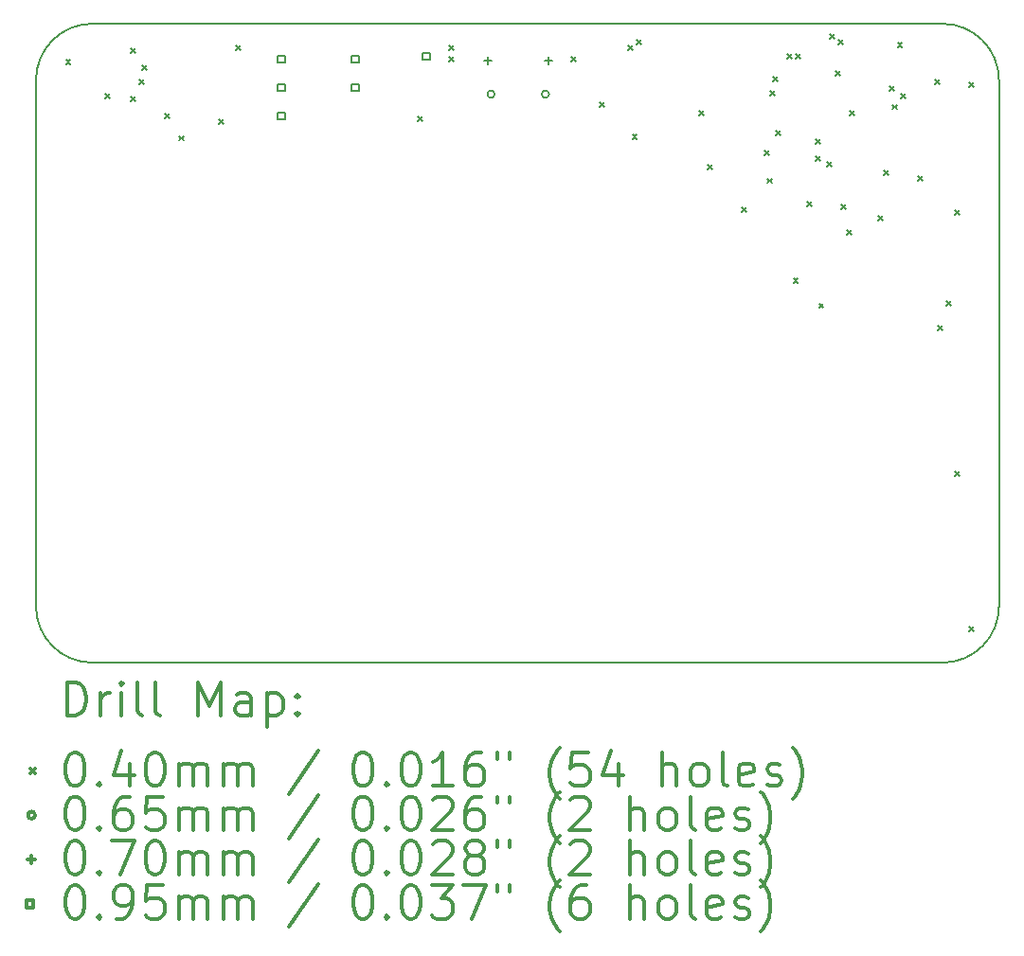
<source format=gbr>
%FSLAX45Y45*%
G04 Gerber Fmt 4.5, Leading zero omitted, Abs format (unit mm)*
G04 Created by KiCad (PCBNEW (5.0.1-3-g963ef8bb5)) date Thursday, 11 April 2019 at 07:51:28*
%MOMM*%
%LPD*%
G01*
G04 APERTURE LIST*
%ADD10C,0.150000*%
%ADD11C,0.200000*%
%ADD12C,0.300000*%
G04 APERTURE END LIST*
D10*
X11931000Y-12311000D02*
X11931000Y-7605000D01*
X20035000Y-12815000D02*
X12434000Y-12815000D01*
X20034000Y-7100000D02*
X12433000Y-7100000D01*
X20538000Y-12313000D02*
X20538000Y-7605000D01*
X12435000Y-12815000D02*
G75*
G02X11931000Y-12311000I0J504000D01*
G01*
X20538000Y-12311000D02*
G75*
G02X20034000Y-12815000I-504000J0D01*
G01*
X20034000Y-7100000D02*
G75*
G02X20538000Y-7604000I0J-504000D01*
G01*
X11931000Y-7604000D02*
G75*
G02X12435000Y-7100000I504000J0D01*
G01*
D11*
X12198000Y-7422200D02*
X12238000Y-7462200D01*
X12238000Y-7422200D02*
X12198000Y-7462200D01*
X12553000Y-7727000D02*
X12593000Y-7767000D01*
X12593000Y-7727000D02*
X12553000Y-7767000D01*
X12781600Y-7320600D02*
X12821600Y-7360600D01*
X12821600Y-7320600D02*
X12781600Y-7360600D01*
X12781600Y-7752400D02*
X12821600Y-7792400D01*
X12821600Y-7752400D02*
X12781600Y-7792400D01*
X12857800Y-7600000D02*
X12897800Y-7640000D01*
X12897800Y-7600000D02*
X12857800Y-7640000D01*
X12883200Y-7473000D02*
X12923200Y-7513000D01*
X12923200Y-7473000D02*
X12883200Y-7513000D01*
X13086400Y-7904800D02*
X13126400Y-7944800D01*
X13126400Y-7904800D02*
X13086400Y-7944800D01*
X13213400Y-8103600D02*
X13253400Y-8143600D01*
X13253400Y-8103600D02*
X13213400Y-8143600D01*
X13569000Y-7955600D02*
X13609000Y-7995600D01*
X13609000Y-7955600D02*
X13569000Y-7995600D01*
X13721400Y-7295200D02*
X13761400Y-7335200D01*
X13761400Y-7295200D02*
X13721400Y-7335200D01*
X15343000Y-7930200D02*
X15383000Y-7970200D01*
X15383000Y-7930200D02*
X15343000Y-7970200D01*
X15626400Y-7295200D02*
X15666400Y-7335200D01*
X15666400Y-7295200D02*
X15626400Y-7335200D01*
X15626400Y-7396800D02*
X15666400Y-7436800D01*
X15666400Y-7396800D02*
X15626400Y-7436800D01*
X16718600Y-7396800D02*
X16758600Y-7436800D01*
X16758600Y-7396800D02*
X16718600Y-7436800D01*
X16972600Y-7803200D02*
X17012600Y-7843200D01*
X17012600Y-7803200D02*
X16972600Y-7843200D01*
X17226600Y-7295200D02*
X17266600Y-7335200D01*
X17266600Y-7295200D02*
X17226600Y-7335200D01*
X17263000Y-8092000D02*
X17303000Y-8132000D01*
X17303000Y-8092000D02*
X17263000Y-8132000D01*
X17302800Y-7244400D02*
X17342800Y-7284400D01*
X17342800Y-7244400D02*
X17302800Y-7284400D01*
X17861600Y-7879400D02*
X17901600Y-7919400D01*
X17901600Y-7879400D02*
X17861600Y-7919400D01*
X17937800Y-8362000D02*
X17977800Y-8402000D01*
X17977800Y-8362000D02*
X17937800Y-8402000D01*
X18242600Y-8743000D02*
X18282600Y-8783000D01*
X18282600Y-8743000D02*
X18242600Y-8783000D01*
X18445800Y-8235000D02*
X18485800Y-8275000D01*
X18485800Y-8235000D02*
X18445800Y-8275000D01*
X18471200Y-8484600D02*
X18511200Y-8524600D01*
X18511200Y-8484600D02*
X18471200Y-8524600D01*
X18496600Y-7701600D02*
X18536600Y-7741600D01*
X18536600Y-7701600D02*
X18496600Y-7741600D01*
X18522000Y-7574600D02*
X18562000Y-7614600D01*
X18562000Y-7574600D02*
X18522000Y-7614600D01*
X18547400Y-8057200D02*
X18587400Y-8097200D01*
X18587400Y-8057200D02*
X18547400Y-8097200D01*
X18649000Y-7371400D02*
X18689000Y-7411400D01*
X18689000Y-7371400D02*
X18649000Y-7411400D01*
X18701000Y-9376000D02*
X18741000Y-9416000D01*
X18741000Y-9376000D02*
X18701000Y-9416000D01*
X18725200Y-7371400D02*
X18765200Y-7411400D01*
X18765200Y-7371400D02*
X18725200Y-7411400D01*
X18826800Y-8692200D02*
X18866800Y-8732200D01*
X18866800Y-8692200D02*
X18826800Y-8732200D01*
X18903000Y-8133400D02*
X18943000Y-8173400D01*
X18943000Y-8133400D02*
X18903000Y-8173400D01*
X18903000Y-8285800D02*
X18943000Y-8325800D01*
X18943000Y-8285800D02*
X18903000Y-8325800D01*
X18930000Y-9603000D02*
X18970000Y-9643000D01*
X18970000Y-9603000D02*
X18930000Y-9643000D01*
X19004600Y-8336600D02*
X19044600Y-8376600D01*
X19044600Y-8336600D02*
X19004600Y-8376600D01*
X19030000Y-7193600D02*
X19070000Y-7233600D01*
X19070000Y-7193600D02*
X19030000Y-7233600D01*
X19080800Y-7523800D02*
X19120800Y-7563800D01*
X19120800Y-7523800D02*
X19080800Y-7563800D01*
X19106200Y-7244400D02*
X19146200Y-7284400D01*
X19146200Y-7244400D02*
X19106200Y-7284400D01*
X19131600Y-8717600D02*
X19171600Y-8757600D01*
X19171600Y-8717600D02*
X19131600Y-8757600D01*
X19182400Y-8946200D02*
X19222400Y-8986200D01*
X19222400Y-8946200D02*
X19182400Y-8986200D01*
X19207800Y-7879400D02*
X19247800Y-7919400D01*
X19247800Y-7879400D02*
X19207800Y-7919400D01*
X19461800Y-8819200D02*
X19501800Y-8859200D01*
X19501800Y-8819200D02*
X19461800Y-8859200D01*
X19512600Y-8412800D02*
X19552600Y-8452800D01*
X19552600Y-8412800D02*
X19512600Y-8452800D01*
X19563400Y-7661000D02*
X19603400Y-7701000D01*
X19603400Y-7661000D02*
X19563400Y-7701000D01*
X19588800Y-7824200D02*
X19628800Y-7864200D01*
X19628800Y-7824200D02*
X19588800Y-7864200D01*
X19633200Y-7269800D02*
X19673200Y-7309800D01*
X19673200Y-7269800D02*
X19633200Y-7309800D01*
X19665000Y-7727000D02*
X19705000Y-7767000D01*
X19705000Y-7727000D02*
X19665000Y-7767000D01*
X19817400Y-8463600D02*
X19857400Y-8503600D01*
X19857400Y-8463600D02*
X19817400Y-8503600D01*
X19969800Y-7600000D02*
X20009800Y-7640000D01*
X20009800Y-7600000D02*
X19969800Y-7640000D01*
X19990000Y-9800000D02*
X20030000Y-9840000D01*
X20030000Y-9800000D02*
X19990000Y-9840000D01*
X20071400Y-9581200D02*
X20111400Y-9621200D01*
X20111400Y-9581200D02*
X20071400Y-9621200D01*
X20147600Y-8768400D02*
X20187600Y-8808400D01*
X20187600Y-8768400D02*
X20147600Y-8808400D01*
X20147600Y-11105200D02*
X20187600Y-11145200D01*
X20187600Y-11105200D02*
X20147600Y-11145200D01*
X20274000Y-12492000D02*
X20314000Y-12532000D01*
X20314000Y-12492000D02*
X20274000Y-12532000D01*
X20274600Y-7625400D02*
X20314600Y-7665400D01*
X20314600Y-7625400D02*
X20274600Y-7665400D01*
X16031000Y-7730000D02*
G75*
G03X16031000Y-7730000I-32500J0D01*
G01*
X16516000Y-7730000D02*
G75*
G03X16516000Y-7730000I-32500J0D01*
G01*
X15968500Y-7392000D02*
X15968500Y-7462000D01*
X15933500Y-7427000D02*
X16003500Y-7427000D01*
X16513500Y-7392000D02*
X16513500Y-7462000D01*
X16478500Y-7427000D02*
X16548500Y-7427000D01*
X15451388Y-7424988D02*
X15451388Y-7357812D01*
X15384212Y-7357812D01*
X15384212Y-7424988D01*
X15451388Y-7424988D01*
X14155988Y-7450388D02*
X14155988Y-7383212D01*
X14088812Y-7383212D01*
X14088812Y-7450388D01*
X14155988Y-7450388D01*
X14155988Y-7704388D02*
X14155988Y-7637212D01*
X14088812Y-7637212D01*
X14088812Y-7704388D01*
X14155988Y-7704388D01*
X14155988Y-7958388D02*
X14155988Y-7891212D01*
X14088812Y-7891212D01*
X14088812Y-7958388D01*
X14155988Y-7958388D01*
X14816388Y-7450388D02*
X14816388Y-7383212D01*
X14749212Y-7383212D01*
X14749212Y-7450388D01*
X14816388Y-7450388D01*
X14816388Y-7704388D02*
X14816388Y-7637212D01*
X14749212Y-7637212D01*
X14749212Y-7704388D01*
X14816388Y-7704388D01*
D12*
X12209928Y-13288214D02*
X12209928Y-12988214D01*
X12281357Y-12988214D01*
X12324214Y-13002500D01*
X12352786Y-13031071D01*
X12367071Y-13059643D01*
X12381357Y-13116786D01*
X12381357Y-13159643D01*
X12367071Y-13216786D01*
X12352786Y-13245357D01*
X12324214Y-13273929D01*
X12281357Y-13288214D01*
X12209928Y-13288214D01*
X12509928Y-13288214D02*
X12509928Y-13088214D01*
X12509928Y-13145357D02*
X12524214Y-13116786D01*
X12538500Y-13102500D01*
X12567071Y-13088214D01*
X12595643Y-13088214D01*
X12695643Y-13288214D02*
X12695643Y-13088214D01*
X12695643Y-12988214D02*
X12681357Y-13002500D01*
X12695643Y-13016786D01*
X12709928Y-13002500D01*
X12695643Y-12988214D01*
X12695643Y-13016786D01*
X12881357Y-13288214D02*
X12852786Y-13273929D01*
X12838500Y-13245357D01*
X12838500Y-12988214D01*
X13038500Y-13288214D02*
X13009928Y-13273929D01*
X12995643Y-13245357D01*
X12995643Y-12988214D01*
X13381357Y-13288214D02*
X13381357Y-12988214D01*
X13481357Y-13202500D01*
X13581357Y-12988214D01*
X13581357Y-13288214D01*
X13852786Y-13288214D02*
X13852786Y-13131071D01*
X13838500Y-13102500D01*
X13809928Y-13088214D01*
X13752786Y-13088214D01*
X13724214Y-13102500D01*
X13852786Y-13273929D02*
X13824214Y-13288214D01*
X13752786Y-13288214D01*
X13724214Y-13273929D01*
X13709928Y-13245357D01*
X13709928Y-13216786D01*
X13724214Y-13188214D01*
X13752786Y-13173929D01*
X13824214Y-13173929D01*
X13852786Y-13159643D01*
X13995643Y-13088214D02*
X13995643Y-13388214D01*
X13995643Y-13102500D02*
X14024214Y-13088214D01*
X14081357Y-13088214D01*
X14109928Y-13102500D01*
X14124214Y-13116786D01*
X14138500Y-13145357D01*
X14138500Y-13231071D01*
X14124214Y-13259643D01*
X14109928Y-13273929D01*
X14081357Y-13288214D01*
X14024214Y-13288214D01*
X13995643Y-13273929D01*
X14267071Y-13259643D02*
X14281357Y-13273929D01*
X14267071Y-13288214D01*
X14252786Y-13273929D01*
X14267071Y-13259643D01*
X14267071Y-13288214D01*
X14267071Y-13102500D02*
X14281357Y-13116786D01*
X14267071Y-13131071D01*
X14252786Y-13116786D01*
X14267071Y-13102500D01*
X14267071Y-13131071D01*
X11883500Y-13762500D02*
X11923500Y-13802500D01*
X11923500Y-13762500D02*
X11883500Y-13802500D01*
X12267071Y-13618214D02*
X12295643Y-13618214D01*
X12324214Y-13632500D01*
X12338500Y-13646786D01*
X12352786Y-13675357D01*
X12367071Y-13732500D01*
X12367071Y-13803929D01*
X12352786Y-13861071D01*
X12338500Y-13889643D01*
X12324214Y-13903929D01*
X12295643Y-13918214D01*
X12267071Y-13918214D01*
X12238500Y-13903929D01*
X12224214Y-13889643D01*
X12209928Y-13861071D01*
X12195643Y-13803929D01*
X12195643Y-13732500D01*
X12209928Y-13675357D01*
X12224214Y-13646786D01*
X12238500Y-13632500D01*
X12267071Y-13618214D01*
X12495643Y-13889643D02*
X12509928Y-13903929D01*
X12495643Y-13918214D01*
X12481357Y-13903929D01*
X12495643Y-13889643D01*
X12495643Y-13918214D01*
X12767071Y-13718214D02*
X12767071Y-13918214D01*
X12695643Y-13603929D02*
X12624214Y-13818214D01*
X12809928Y-13818214D01*
X12981357Y-13618214D02*
X13009928Y-13618214D01*
X13038500Y-13632500D01*
X13052786Y-13646786D01*
X13067071Y-13675357D01*
X13081357Y-13732500D01*
X13081357Y-13803929D01*
X13067071Y-13861071D01*
X13052786Y-13889643D01*
X13038500Y-13903929D01*
X13009928Y-13918214D01*
X12981357Y-13918214D01*
X12952786Y-13903929D01*
X12938500Y-13889643D01*
X12924214Y-13861071D01*
X12909928Y-13803929D01*
X12909928Y-13732500D01*
X12924214Y-13675357D01*
X12938500Y-13646786D01*
X12952786Y-13632500D01*
X12981357Y-13618214D01*
X13209928Y-13918214D02*
X13209928Y-13718214D01*
X13209928Y-13746786D02*
X13224214Y-13732500D01*
X13252786Y-13718214D01*
X13295643Y-13718214D01*
X13324214Y-13732500D01*
X13338500Y-13761071D01*
X13338500Y-13918214D01*
X13338500Y-13761071D02*
X13352786Y-13732500D01*
X13381357Y-13718214D01*
X13424214Y-13718214D01*
X13452786Y-13732500D01*
X13467071Y-13761071D01*
X13467071Y-13918214D01*
X13609928Y-13918214D02*
X13609928Y-13718214D01*
X13609928Y-13746786D02*
X13624214Y-13732500D01*
X13652786Y-13718214D01*
X13695643Y-13718214D01*
X13724214Y-13732500D01*
X13738500Y-13761071D01*
X13738500Y-13918214D01*
X13738500Y-13761071D02*
X13752786Y-13732500D01*
X13781357Y-13718214D01*
X13824214Y-13718214D01*
X13852786Y-13732500D01*
X13867071Y-13761071D01*
X13867071Y-13918214D01*
X14452786Y-13603929D02*
X14195643Y-13989643D01*
X14838500Y-13618214D02*
X14867071Y-13618214D01*
X14895643Y-13632500D01*
X14909928Y-13646786D01*
X14924214Y-13675357D01*
X14938500Y-13732500D01*
X14938500Y-13803929D01*
X14924214Y-13861071D01*
X14909928Y-13889643D01*
X14895643Y-13903929D01*
X14867071Y-13918214D01*
X14838500Y-13918214D01*
X14809928Y-13903929D01*
X14795643Y-13889643D01*
X14781357Y-13861071D01*
X14767071Y-13803929D01*
X14767071Y-13732500D01*
X14781357Y-13675357D01*
X14795643Y-13646786D01*
X14809928Y-13632500D01*
X14838500Y-13618214D01*
X15067071Y-13889643D02*
X15081357Y-13903929D01*
X15067071Y-13918214D01*
X15052786Y-13903929D01*
X15067071Y-13889643D01*
X15067071Y-13918214D01*
X15267071Y-13618214D02*
X15295643Y-13618214D01*
X15324214Y-13632500D01*
X15338500Y-13646786D01*
X15352786Y-13675357D01*
X15367071Y-13732500D01*
X15367071Y-13803929D01*
X15352786Y-13861071D01*
X15338500Y-13889643D01*
X15324214Y-13903929D01*
X15295643Y-13918214D01*
X15267071Y-13918214D01*
X15238500Y-13903929D01*
X15224214Y-13889643D01*
X15209928Y-13861071D01*
X15195643Y-13803929D01*
X15195643Y-13732500D01*
X15209928Y-13675357D01*
X15224214Y-13646786D01*
X15238500Y-13632500D01*
X15267071Y-13618214D01*
X15652786Y-13918214D02*
X15481357Y-13918214D01*
X15567071Y-13918214D02*
X15567071Y-13618214D01*
X15538500Y-13661071D01*
X15509928Y-13689643D01*
X15481357Y-13703929D01*
X15909928Y-13618214D02*
X15852786Y-13618214D01*
X15824214Y-13632500D01*
X15809928Y-13646786D01*
X15781357Y-13689643D01*
X15767071Y-13746786D01*
X15767071Y-13861071D01*
X15781357Y-13889643D01*
X15795643Y-13903929D01*
X15824214Y-13918214D01*
X15881357Y-13918214D01*
X15909928Y-13903929D01*
X15924214Y-13889643D01*
X15938500Y-13861071D01*
X15938500Y-13789643D01*
X15924214Y-13761071D01*
X15909928Y-13746786D01*
X15881357Y-13732500D01*
X15824214Y-13732500D01*
X15795643Y-13746786D01*
X15781357Y-13761071D01*
X15767071Y-13789643D01*
X16052786Y-13618214D02*
X16052786Y-13675357D01*
X16167071Y-13618214D02*
X16167071Y-13675357D01*
X16609928Y-14032500D02*
X16595643Y-14018214D01*
X16567071Y-13975357D01*
X16552786Y-13946786D01*
X16538500Y-13903929D01*
X16524214Y-13832500D01*
X16524214Y-13775357D01*
X16538500Y-13703929D01*
X16552786Y-13661071D01*
X16567071Y-13632500D01*
X16595643Y-13589643D01*
X16609928Y-13575357D01*
X16867071Y-13618214D02*
X16724214Y-13618214D01*
X16709928Y-13761071D01*
X16724214Y-13746786D01*
X16752786Y-13732500D01*
X16824214Y-13732500D01*
X16852786Y-13746786D01*
X16867071Y-13761071D01*
X16881357Y-13789643D01*
X16881357Y-13861071D01*
X16867071Y-13889643D01*
X16852786Y-13903929D01*
X16824214Y-13918214D01*
X16752786Y-13918214D01*
X16724214Y-13903929D01*
X16709928Y-13889643D01*
X17138500Y-13718214D02*
X17138500Y-13918214D01*
X17067071Y-13603929D02*
X16995643Y-13818214D01*
X17181357Y-13818214D01*
X17524214Y-13918214D02*
X17524214Y-13618214D01*
X17652786Y-13918214D02*
X17652786Y-13761071D01*
X17638500Y-13732500D01*
X17609928Y-13718214D01*
X17567071Y-13718214D01*
X17538500Y-13732500D01*
X17524214Y-13746786D01*
X17838500Y-13918214D02*
X17809928Y-13903929D01*
X17795643Y-13889643D01*
X17781357Y-13861071D01*
X17781357Y-13775357D01*
X17795643Y-13746786D01*
X17809928Y-13732500D01*
X17838500Y-13718214D01*
X17881357Y-13718214D01*
X17909928Y-13732500D01*
X17924214Y-13746786D01*
X17938500Y-13775357D01*
X17938500Y-13861071D01*
X17924214Y-13889643D01*
X17909928Y-13903929D01*
X17881357Y-13918214D01*
X17838500Y-13918214D01*
X18109928Y-13918214D02*
X18081357Y-13903929D01*
X18067071Y-13875357D01*
X18067071Y-13618214D01*
X18338500Y-13903929D02*
X18309928Y-13918214D01*
X18252786Y-13918214D01*
X18224214Y-13903929D01*
X18209928Y-13875357D01*
X18209928Y-13761071D01*
X18224214Y-13732500D01*
X18252786Y-13718214D01*
X18309928Y-13718214D01*
X18338500Y-13732500D01*
X18352786Y-13761071D01*
X18352786Y-13789643D01*
X18209928Y-13818214D01*
X18467071Y-13903929D02*
X18495643Y-13918214D01*
X18552786Y-13918214D01*
X18581357Y-13903929D01*
X18595643Y-13875357D01*
X18595643Y-13861071D01*
X18581357Y-13832500D01*
X18552786Y-13818214D01*
X18509928Y-13818214D01*
X18481357Y-13803929D01*
X18467071Y-13775357D01*
X18467071Y-13761071D01*
X18481357Y-13732500D01*
X18509928Y-13718214D01*
X18552786Y-13718214D01*
X18581357Y-13732500D01*
X18695643Y-14032500D02*
X18709928Y-14018214D01*
X18738500Y-13975357D01*
X18752786Y-13946786D01*
X18767071Y-13903929D01*
X18781357Y-13832500D01*
X18781357Y-13775357D01*
X18767071Y-13703929D01*
X18752786Y-13661071D01*
X18738500Y-13632500D01*
X18709928Y-13589643D01*
X18695643Y-13575357D01*
X11923500Y-14178500D02*
G75*
G03X11923500Y-14178500I-32500J0D01*
G01*
X12267071Y-14014214D02*
X12295643Y-14014214D01*
X12324214Y-14028500D01*
X12338500Y-14042786D01*
X12352786Y-14071357D01*
X12367071Y-14128500D01*
X12367071Y-14199929D01*
X12352786Y-14257071D01*
X12338500Y-14285643D01*
X12324214Y-14299929D01*
X12295643Y-14314214D01*
X12267071Y-14314214D01*
X12238500Y-14299929D01*
X12224214Y-14285643D01*
X12209928Y-14257071D01*
X12195643Y-14199929D01*
X12195643Y-14128500D01*
X12209928Y-14071357D01*
X12224214Y-14042786D01*
X12238500Y-14028500D01*
X12267071Y-14014214D01*
X12495643Y-14285643D02*
X12509928Y-14299929D01*
X12495643Y-14314214D01*
X12481357Y-14299929D01*
X12495643Y-14285643D01*
X12495643Y-14314214D01*
X12767071Y-14014214D02*
X12709928Y-14014214D01*
X12681357Y-14028500D01*
X12667071Y-14042786D01*
X12638500Y-14085643D01*
X12624214Y-14142786D01*
X12624214Y-14257071D01*
X12638500Y-14285643D01*
X12652786Y-14299929D01*
X12681357Y-14314214D01*
X12738500Y-14314214D01*
X12767071Y-14299929D01*
X12781357Y-14285643D01*
X12795643Y-14257071D01*
X12795643Y-14185643D01*
X12781357Y-14157071D01*
X12767071Y-14142786D01*
X12738500Y-14128500D01*
X12681357Y-14128500D01*
X12652786Y-14142786D01*
X12638500Y-14157071D01*
X12624214Y-14185643D01*
X13067071Y-14014214D02*
X12924214Y-14014214D01*
X12909928Y-14157071D01*
X12924214Y-14142786D01*
X12952786Y-14128500D01*
X13024214Y-14128500D01*
X13052786Y-14142786D01*
X13067071Y-14157071D01*
X13081357Y-14185643D01*
X13081357Y-14257071D01*
X13067071Y-14285643D01*
X13052786Y-14299929D01*
X13024214Y-14314214D01*
X12952786Y-14314214D01*
X12924214Y-14299929D01*
X12909928Y-14285643D01*
X13209928Y-14314214D02*
X13209928Y-14114214D01*
X13209928Y-14142786D02*
X13224214Y-14128500D01*
X13252786Y-14114214D01*
X13295643Y-14114214D01*
X13324214Y-14128500D01*
X13338500Y-14157071D01*
X13338500Y-14314214D01*
X13338500Y-14157071D02*
X13352786Y-14128500D01*
X13381357Y-14114214D01*
X13424214Y-14114214D01*
X13452786Y-14128500D01*
X13467071Y-14157071D01*
X13467071Y-14314214D01*
X13609928Y-14314214D02*
X13609928Y-14114214D01*
X13609928Y-14142786D02*
X13624214Y-14128500D01*
X13652786Y-14114214D01*
X13695643Y-14114214D01*
X13724214Y-14128500D01*
X13738500Y-14157071D01*
X13738500Y-14314214D01*
X13738500Y-14157071D02*
X13752786Y-14128500D01*
X13781357Y-14114214D01*
X13824214Y-14114214D01*
X13852786Y-14128500D01*
X13867071Y-14157071D01*
X13867071Y-14314214D01*
X14452786Y-13999929D02*
X14195643Y-14385643D01*
X14838500Y-14014214D02*
X14867071Y-14014214D01*
X14895643Y-14028500D01*
X14909928Y-14042786D01*
X14924214Y-14071357D01*
X14938500Y-14128500D01*
X14938500Y-14199929D01*
X14924214Y-14257071D01*
X14909928Y-14285643D01*
X14895643Y-14299929D01*
X14867071Y-14314214D01*
X14838500Y-14314214D01*
X14809928Y-14299929D01*
X14795643Y-14285643D01*
X14781357Y-14257071D01*
X14767071Y-14199929D01*
X14767071Y-14128500D01*
X14781357Y-14071357D01*
X14795643Y-14042786D01*
X14809928Y-14028500D01*
X14838500Y-14014214D01*
X15067071Y-14285643D02*
X15081357Y-14299929D01*
X15067071Y-14314214D01*
X15052786Y-14299929D01*
X15067071Y-14285643D01*
X15067071Y-14314214D01*
X15267071Y-14014214D02*
X15295643Y-14014214D01*
X15324214Y-14028500D01*
X15338500Y-14042786D01*
X15352786Y-14071357D01*
X15367071Y-14128500D01*
X15367071Y-14199929D01*
X15352786Y-14257071D01*
X15338500Y-14285643D01*
X15324214Y-14299929D01*
X15295643Y-14314214D01*
X15267071Y-14314214D01*
X15238500Y-14299929D01*
X15224214Y-14285643D01*
X15209928Y-14257071D01*
X15195643Y-14199929D01*
X15195643Y-14128500D01*
X15209928Y-14071357D01*
X15224214Y-14042786D01*
X15238500Y-14028500D01*
X15267071Y-14014214D01*
X15481357Y-14042786D02*
X15495643Y-14028500D01*
X15524214Y-14014214D01*
X15595643Y-14014214D01*
X15624214Y-14028500D01*
X15638500Y-14042786D01*
X15652786Y-14071357D01*
X15652786Y-14099929D01*
X15638500Y-14142786D01*
X15467071Y-14314214D01*
X15652786Y-14314214D01*
X15909928Y-14014214D02*
X15852786Y-14014214D01*
X15824214Y-14028500D01*
X15809928Y-14042786D01*
X15781357Y-14085643D01*
X15767071Y-14142786D01*
X15767071Y-14257071D01*
X15781357Y-14285643D01*
X15795643Y-14299929D01*
X15824214Y-14314214D01*
X15881357Y-14314214D01*
X15909928Y-14299929D01*
X15924214Y-14285643D01*
X15938500Y-14257071D01*
X15938500Y-14185643D01*
X15924214Y-14157071D01*
X15909928Y-14142786D01*
X15881357Y-14128500D01*
X15824214Y-14128500D01*
X15795643Y-14142786D01*
X15781357Y-14157071D01*
X15767071Y-14185643D01*
X16052786Y-14014214D02*
X16052786Y-14071357D01*
X16167071Y-14014214D02*
X16167071Y-14071357D01*
X16609928Y-14428500D02*
X16595643Y-14414214D01*
X16567071Y-14371357D01*
X16552786Y-14342786D01*
X16538500Y-14299929D01*
X16524214Y-14228500D01*
X16524214Y-14171357D01*
X16538500Y-14099929D01*
X16552786Y-14057071D01*
X16567071Y-14028500D01*
X16595643Y-13985643D01*
X16609928Y-13971357D01*
X16709928Y-14042786D02*
X16724214Y-14028500D01*
X16752786Y-14014214D01*
X16824214Y-14014214D01*
X16852786Y-14028500D01*
X16867071Y-14042786D01*
X16881357Y-14071357D01*
X16881357Y-14099929D01*
X16867071Y-14142786D01*
X16695643Y-14314214D01*
X16881357Y-14314214D01*
X17238500Y-14314214D02*
X17238500Y-14014214D01*
X17367071Y-14314214D02*
X17367071Y-14157071D01*
X17352786Y-14128500D01*
X17324214Y-14114214D01*
X17281357Y-14114214D01*
X17252786Y-14128500D01*
X17238500Y-14142786D01*
X17552786Y-14314214D02*
X17524214Y-14299929D01*
X17509928Y-14285643D01*
X17495643Y-14257071D01*
X17495643Y-14171357D01*
X17509928Y-14142786D01*
X17524214Y-14128500D01*
X17552786Y-14114214D01*
X17595643Y-14114214D01*
X17624214Y-14128500D01*
X17638500Y-14142786D01*
X17652786Y-14171357D01*
X17652786Y-14257071D01*
X17638500Y-14285643D01*
X17624214Y-14299929D01*
X17595643Y-14314214D01*
X17552786Y-14314214D01*
X17824214Y-14314214D02*
X17795643Y-14299929D01*
X17781357Y-14271357D01*
X17781357Y-14014214D01*
X18052786Y-14299929D02*
X18024214Y-14314214D01*
X17967071Y-14314214D01*
X17938500Y-14299929D01*
X17924214Y-14271357D01*
X17924214Y-14157071D01*
X17938500Y-14128500D01*
X17967071Y-14114214D01*
X18024214Y-14114214D01*
X18052786Y-14128500D01*
X18067071Y-14157071D01*
X18067071Y-14185643D01*
X17924214Y-14214214D01*
X18181357Y-14299929D02*
X18209928Y-14314214D01*
X18267071Y-14314214D01*
X18295643Y-14299929D01*
X18309928Y-14271357D01*
X18309928Y-14257071D01*
X18295643Y-14228500D01*
X18267071Y-14214214D01*
X18224214Y-14214214D01*
X18195643Y-14199929D01*
X18181357Y-14171357D01*
X18181357Y-14157071D01*
X18195643Y-14128500D01*
X18224214Y-14114214D01*
X18267071Y-14114214D01*
X18295643Y-14128500D01*
X18409928Y-14428500D02*
X18424214Y-14414214D01*
X18452786Y-14371357D01*
X18467071Y-14342786D01*
X18481357Y-14299929D01*
X18495643Y-14228500D01*
X18495643Y-14171357D01*
X18481357Y-14099929D01*
X18467071Y-14057071D01*
X18452786Y-14028500D01*
X18424214Y-13985643D01*
X18409928Y-13971357D01*
X11888500Y-14539500D02*
X11888500Y-14609500D01*
X11853500Y-14574500D02*
X11923500Y-14574500D01*
X12267071Y-14410214D02*
X12295643Y-14410214D01*
X12324214Y-14424500D01*
X12338500Y-14438786D01*
X12352786Y-14467357D01*
X12367071Y-14524500D01*
X12367071Y-14595929D01*
X12352786Y-14653071D01*
X12338500Y-14681643D01*
X12324214Y-14695929D01*
X12295643Y-14710214D01*
X12267071Y-14710214D01*
X12238500Y-14695929D01*
X12224214Y-14681643D01*
X12209928Y-14653071D01*
X12195643Y-14595929D01*
X12195643Y-14524500D01*
X12209928Y-14467357D01*
X12224214Y-14438786D01*
X12238500Y-14424500D01*
X12267071Y-14410214D01*
X12495643Y-14681643D02*
X12509928Y-14695929D01*
X12495643Y-14710214D01*
X12481357Y-14695929D01*
X12495643Y-14681643D01*
X12495643Y-14710214D01*
X12609928Y-14410214D02*
X12809928Y-14410214D01*
X12681357Y-14710214D01*
X12981357Y-14410214D02*
X13009928Y-14410214D01*
X13038500Y-14424500D01*
X13052786Y-14438786D01*
X13067071Y-14467357D01*
X13081357Y-14524500D01*
X13081357Y-14595929D01*
X13067071Y-14653071D01*
X13052786Y-14681643D01*
X13038500Y-14695929D01*
X13009928Y-14710214D01*
X12981357Y-14710214D01*
X12952786Y-14695929D01*
X12938500Y-14681643D01*
X12924214Y-14653071D01*
X12909928Y-14595929D01*
X12909928Y-14524500D01*
X12924214Y-14467357D01*
X12938500Y-14438786D01*
X12952786Y-14424500D01*
X12981357Y-14410214D01*
X13209928Y-14710214D02*
X13209928Y-14510214D01*
X13209928Y-14538786D02*
X13224214Y-14524500D01*
X13252786Y-14510214D01*
X13295643Y-14510214D01*
X13324214Y-14524500D01*
X13338500Y-14553071D01*
X13338500Y-14710214D01*
X13338500Y-14553071D02*
X13352786Y-14524500D01*
X13381357Y-14510214D01*
X13424214Y-14510214D01*
X13452786Y-14524500D01*
X13467071Y-14553071D01*
X13467071Y-14710214D01*
X13609928Y-14710214D02*
X13609928Y-14510214D01*
X13609928Y-14538786D02*
X13624214Y-14524500D01*
X13652786Y-14510214D01*
X13695643Y-14510214D01*
X13724214Y-14524500D01*
X13738500Y-14553071D01*
X13738500Y-14710214D01*
X13738500Y-14553071D02*
X13752786Y-14524500D01*
X13781357Y-14510214D01*
X13824214Y-14510214D01*
X13852786Y-14524500D01*
X13867071Y-14553071D01*
X13867071Y-14710214D01*
X14452786Y-14395929D02*
X14195643Y-14781643D01*
X14838500Y-14410214D02*
X14867071Y-14410214D01*
X14895643Y-14424500D01*
X14909928Y-14438786D01*
X14924214Y-14467357D01*
X14938500Y-14524500D01*
X14938500Y-14595929D01*
X14924214Y-14653071D01*
X14909928Y-14681643D01*
X14895643Y-14695929D01*
X14867071Y-14710214D01*
X14838500Y-14710214D01*
X14809928Y-14695929D01*
X14795643Y-14681643D01*
X14781357Y-14653071D01*
X14767071Y-14595929D01*
X14767071Y-14524500D01*
X14781357Y-14467357D01*
X14795643Y-14438786D01*
X14809928Y-14424500D01*
X14838500Y-14410214D01*
X15067071Y-14681643D02*
X15081357Y-14695929D01*
X15067071Y-14710214D01*
X15052786Y-14695929D01*
X15067071Y-14681643D01*
X15067071Y-14710214D01*
X15267071Y-14410214D02*
X15295643Y-14410214D01*
X15324214Y-14424500D01*
X15338500Y-14438786D01*
X15352786Y-14467357D01*
X15367071Y-14524500D01*
X15367071Y-14595929D01*
X15352786Y-14653071D01*
X15338500Y-14681643D01*
X15324214Y-14695929D01*
X15295643Y-14710214D01*
X15267071Y-14710214D01*
X15238500Y-14695929D01*
X15224214Y-14681643D01*
X15209928Y-14653071D01*
X15195643Y-14595929D01*
X15195643Y-14524500D01*
X15209928Y-14467357D01*
X15224214Y-14438786D01*
X15238500Y-14424500D01*
X15267071Y-14410214D01*
X15481357Y-14438786D02*
X15495643Y-14424500D01*
X15524214Y-14410214D01*
X15595643Y-14410214D01*
X15624214Y-14424500D01*
X15638500Y-14438786D01*
X15652786Y-14467357D01*
X15652786Y-14495929D01*
X15638500Y-14538786D01*
X15467071Y-14710214D01*
X15652786Y-14710214D01*
X15824214Y-14538786D02*
X15795643Y-14524500D01*
X15781357Y-14510214D01*
X15767071Y-14481643D01*
X15767071Y-14467357D01*
X15781357Y-14438786D01*
X15795643Y-14424500D01*
X15824214Y-14410214D01*
X15881357Y-14410214D01*
X15909928Y-14424500D01*
X15924214Y-14438786D01*
X15938500Y-14467357D01*
X15938500Y-14481643D01*
X15924214Y-14510214D01*
X15909928Y-14524500D01*
X15881357Y-14538786D01*
X15824214Y-14538786D01*
X15795643Y-14553071D01*
X15781357Y-14567357D01*
X15767071Y-14595929D01*
X15767071Y-14653071D01*
X15781357Y-14681643D01*
X15795643Y-14695929D01*
X15824214Y-14710214D01*
X15881357Y-14710214D01*
X15909928Y-14695929D01*
X15924214Y-14681643D01*
X15938500Y-14653071D01*
X15938500Y-14595929D01*
X15924214Y-14567357D01*
X15909928Y-14553071D01*
X15881357Y-14538786D01*
X16052786Y-14410214D02*
X16052786Y-14467357D01*
X16167071Y-14410214D02*
X16167071Y-14467357D01*
X16609928Y-14824500D02*
X16595643Y-14810214D01*
X16567071Y-14767357D01*
X16552786Y-14738786D01*
X16538500Y-14695929D01*
X16524214Y-14624500D01*
X16524214Y-14567357D01*
X16538500Y-14495929D01*
X16552786Y-14453071D01*
X16567071Y-14424500D01*
X16595643Y-14381643D01*
X16609928Y-14367357D01*
X16709928Y-14438786D02*
X16724214Y-14424500D01*
X16752786Y-14410214D01*
X16824214Y-14410214D01*
X16852786Y-14424500D01*
X16867071Y-14438786D01*
X16881357Y-14467357D01*
X16881357Y-14495929D01*
X16867071Y-14538786D01*
X16695643Y-14710214D01*
X16881357Y-14710214D01*
X17238500Y-14710214D02*
X17238500Y-14410214D01*
X17367071Y-14710214D02*
X17367071Y-14553071D01*
X17352786Y-14524500D01*
X17324214Y-14510214D01*
X17281357Y-14510214D01*
X17252786Y-14524500D01*
X17238500Y-14538786D01*
X17552786Y-14710214D02*
X17524214Y-14695929D01*
X17509928Y-14681643D01*
X17495643Y-14653071D01*
X17495643Y-14567357D01*
X17509928Y-14538786D01*
X17524214Y-14524500D01*
X17552786Y-14510214D01*
X17595643Y-14510214D01*
X17624214Y-14524500D01*
X17638500Y-14538786D01*
X17652786Y-14567357D01*
X17652786Y-14653071D01*
X17638500Y-14681643D01*
X17624214Y-14695929D01*
X17595643Y-14710214D01*
X17552786Y-14710214D01*
X17824214Y-14710214D02*
X17795643Y-14695929D01*
X17781357Y-14667357D01*
X17781357Y-14410214D01*
X18052786Y-14695929D02*
X18024214Y-14710214D01*
X17967071Y-14710214D01*
X17938500Y-14695929D01*
X17924214Y-14667357D01*
X17924214Y-14553071D01*
X17938500Y-14524500D01*
X17967071Y-14510214D01*
X18024214Y-14510214D01*
X18052786Y-14524500D01*
X18067071Y-14553071D01*
X18067071Y-14581643D01*
X17924214Y-14610214D01*
X18181357Y-14695929D02*
X18209928Y-14710214D01*
X18267071Y-14710214D01*
X18295643Y-14695929D01*
X18309928Y-14667357D01*
X18309928Y-14653071D01*
X18295643Y-14624500D01*
X18267071Y-14610214D01*
X18224214Y-14610214D01*
X18195643Y-14595929D01*
X18181357Y-14567357D01*
X18181357Y-14553071D01*
X18195643Y-14524500D01*
X18224214Y-14510214D01*
X18267071Y-14510214D01*
X18295643Y-14524500D01*
X18409928Y-14824500D02*
X18424214Y-14810214D01*
X18452786Y-14767357D01*
X18467071Y-14738786D01*
X18481357Y-14695929D01*
X18495643Y-14624500D01*
X18495643Y-14567357D01*
X18481357Y-14495929D01*
X18467071Y-14453071D01*
X18452786Y-14424500D01*
X18424214Y-14381643D01*
X18409928Y-14367357D01*
X11909588Y-15004088D02*
X11909588Y-14936912D01*
X11842412Y-14936912D01*
X11842412Y-15004088D01*
X11909588Y-15004088D01*
X12267071Y-14806214D02*
X12295643Y-14806214D01*
X12324214Y-14820500D01*
X12338500Y-14834786D01*
X12352786Y-14863357D01*
X12367071Y-14920500D01*
X12367071Y-14991929D01*
X12352786Y-15049071D01*
X12338500Y-15077643D01*
X12324214Y-15091929D01*
X12295643Y-15106214D01*
X12267071Y-15106214D01*
X12238500Y-15091929D01*
X12224214Y-15077643D01*
X12209928Y-15049071D01*
X12195643Y-14991929D01*
X12195643Y-14920500D01*
X12209928Y-14863357D01*
X12224214Y-14834786D01*
X12238500Y-14820500D01*
X12267071Y-14806214D01*
X12495643Y-15077643D02*
X12509928Y-15091929D01*
X12495643Y-15106214D01*
X12481357Y-15091929D01*
X12495643Y-15077643D01*
X12495643Y-15106214D01*
X12652786Y-15106214D02*
X12709928Y-15106214D01*
X12738500Y-15091929D01*
X12752786Y-15077643D01*
X12781357Y-15034786D01*
X12795643Y-14977643D01*
X12795643Y-14863357D01*
X12781357Y-14834786D01*
X12767071Y-14820500D01*
X12738500Y-14806214D01*
X12681357Y-14806214D01*
X12652786Y-14820500D01*
X12638500Y-14834786D01*
X12624214Y-14863357D01*
X12624214Y-14934786D01*
X12638500Y-14963357D01*
X12652786Y-14977643D01*
X12681357Y-14991929D01*
X12738500Y-14991929D01*
X12767071Y-14977643D01*
X12781357Y-14963357D01*
X12795643Y-14934786D01*
X13067071Y-14806214D02*
X12924214Y-14806214D01*
X12909928Y-14949071D01*
X12924214Y-14934786D01*
X12952786Y-14920500D01*
X13024214Y-14920500D01*
X13052786Y-14934786D01*
X13067071Y-14949071D01*
X13081357Y-14977643D01*
X13081357Y-15049071D01*
X13067071Y-15077643D01*
X13052786Y-15091929D01*
X13024214Y-15106214D01*
X12952786Y-15106214D01*
X12924214Y-15091929D01*
X12909928Y-15077643D01*
X13209928Y-15106214D02*
X13209928Y-14906214D01*
X13209928Y-14934786D02*
X13224214Y-14920500D01*
X13252786Y-14906214D01*
X13295643Y-14906214D01*
X13324214Y-14920500D01*
X13338500Y-14949071D01*
X13338500Y-15106214D01*
X13338500Y-14949071D02*
X13352786Y-14920500D01*
X13381357Y-14906214D01*
X13424214Y-14906214D01*
X13452786Y-14920500D01*
X13467071Y-14949071D01*
X13467071Y-15106214D01*
X13609928Y-15106214D02*
X13609928Y-14906214D01*
X13609928Y-14934786D02*
X13624214Y-14920500D01*
X13652786Y-14906214D01*
X13695643Y-14906214D01*
X13724214Y-14920500D01*
X13738500Y-14949071D01*
X13738500Y-15106214D01*
X13738500Y-14949071D02*
X13752786Y-14920500D01*
X13781357Y-14906214D01*
X13824214Y-14906214D01*
X13852786Y-14920500D01*
X13867071Y-14949071D01*
X13867071Y-15106214D01*
X14452786Y-14791929D02*
X14195643Y-15177643D01*
X14838500Y-14806214D02*
X14867071Y-14806214D01*
X14895643Y-14820500D01*
X14909928Y-14834786D01*
X14924214Y-14863357D01*
X14938500Y-14920500D01*
X14938500Y-14991929D01*
X14924214Y-15049071D01*
X14909928Y-15077643D01*
X14895643Y-15091929D01*
X14867071Y-15106214D01*
X14838500Y-15106214D01*
X14809928Y-15091929D01*
X14795643Y-15077643D01*
X14781357Y-15049071D01*
X14767071Y-14991929D01*
X14767071Y-14920500D01*
X14781357Y-14863357D01*
X14795643Y-14834786D01*
X14809928Y-14820500D01*
X14838500Y-14806214D01*
X15067071Y-15077643D02*
X15081357Y-15091929D01*
X15067071Y-15106214D01*
X15052786Y-15091929D01*
X15067071Y-15077643D01*
X15067071Y-15106214D01*
X15267071Y-14806214D02*
X15295643Y-14806214D01*
X15324214Y-14820500D01*
X15338500Y-14834786D01*
X15352786Y-14863357D01*
X15367071Y-14920500D01*
X15367071Y-14991929D01*
X15352786Y-15049071D01*
X15338500Y-15077643D01*
X15324214Y-15091929D01*
X15295643Y-15106214D01*
X15267071Y-15106214D01*
X15238500Y-15091929D01*
X15224214Y-15077643D01*
X15209928Y-15049071D01*
X15195643Y-14991929D01*
X15195643Y-14920500D01*
X15209928Y-14863357D01*
X15224214Y-14834786D01*
X15238500Y-14820500D01*
X15267071Y-14806214D01*
X15467071Y-14806214D02*
X15652786Y-14806214D01*
X15552786Y-14920500D01*
X15595643Y-14920500D01*
X15624214Y-14934786D01*
X15638500Y-14949071D01*
X15652786Y-14977643D01*
X15652786Y-15049071D01*
X15638500Y-15077643D01*
X15624214Y-15091929D01*
X15595643Y-15106214D01*
X15509928Y-15106214D01*
X15481357Y-15091929D01*
X15467071Y-15077643D01*
X15752786Y-14806214D02*
X15952786Y-14806214D01*
X15824214Y-15106214D01*
X16052786Y-14806214D02*
X16052786Y-14863357D01*
X16167071Y-14806214D02*
X16167071Y-14863357D01*
X16609928Y-15220500D02*
X16595643Y-15206214D01*
X16567071Y-15163357D01*
X16552786Y-15134786D01*
X16538500Y-15091929D01*
X16524214Y-15020500D01*
X16524214Y-14963357D01*
X16538500Y-14891929D01*
X16552786Y-14849071D01*
X16567071Y-14820500D01*
X16595643Y-14777643D01*
X16609928Y-14763357D01*
X16852786Y-14806214D02*
X16795643Y-14806214D01*
X16767071Y-14820500D01*
X16752786Y-14834786D01*
X16724214Y-14877643D01*
X16709928Y-14934786D01*
X16709928Y-15049071D01*
X16724214Y-15077643D01*
X16738500Y-15091929D01*
X16767071Y-15106214D01*
X16824214Y-15106214D01*
X16852786Y-15091929D01*
X16867071Y-15077643D01*
X16881357Y-15049071D01*
X16881357Y-14977643D01*
X16867071Y-14949071D01*
X16852786Y-14934786D01*
X16824214Y-14920500D01*
X16767071Y-14920500D01*
X16738500Y-14934786D01*
X16724214Y-14949071D01*
X16709928Y-14977643D01*
X17238500Y-15106214D02*
X17238500Y-14806214D01*
X17367071Y-15106214D02*
X17367071Y-14949071D01*
X17352786Y-14920500D01*
X17324214Y-14906214D01*
X17281357Y-14906214D01*
X17252786Y-14920500D01*
X17238500Y-14934786D01*
X17552786Y-15106214D02*
X17524214Y-15091929D01*
X17509928Y-15077643D01*
X17495643Y-15049071D01*
X17495643Y-14963357D01*
X17509928Y-14934786D01*
X17524214Y-14920500D01*
X17552786Y-14906214D01*
X17595643Y-14906214D01*
X17624214Y-14920500D01*
X17638500Y-14934786D01*
X17652786Y-14963357D01*
X17652786Y-15049071D01*
X17638500Y-15077643D01*
X17624214Y-15091929D01*
X17595643Y-15106214D01*
X17552786Y-15106214D01*
X17824214Y-15106214D02*
X17795643Y-15091929D01*
X17781357Y-15063357D01*
X17781357Y-14806214D01*
X18052786Y-15091929D02*
X18024214Y-15106214D01*
X17967071Y-15106214D01*
X17938500Y-15091929D01*
X17924214Y-15063357D01*
X17924214Y-14949071D01*
X17938500Y-14920500D01*
X17967071Y-14906214D01*
X18024214Y-14906214D01*
X18052786Y-14920500D01*
X18067071Y-14949071D01*
X18067071Y-14977643D01*
X17924214Y-15006214D01*
X18181357Y-15091929D02*
X18209928Y-15106214D01*
X18267071Y-15106214D01*
X18295643Y-15091929D01*
X18309928Y-15063357D01*
X18309928Y-15049071D01*
X18295643Y-15020500D01*
X18267071Y-15006214D01*
X18224214Y-15006214D01*
X18195643Y-14991929D01*
X18181357Y-14963357D01*
X18181357Y-14949071D01*
X18195643Y-14920500D01*
X18224214Y-14906214D01*
X18267071Y-14906214D01*
X18295643Y-14920500D01*
X18409928Y-15220500D02*
X18424214Y-15206214D01*
X18452786Y-15163357D01*
X18467071Y-15134786D01*
X18481357Y-15091929D01*
X18495643Y-15020500D01*
X18495643Y-14963357D01*
X18481357Y-14891929D01*
X18467071Y-14849071D01*
X18452786Y-14820500D01*
X18424214Y-14777643D01*
X18409928Y-14763357D01*
M02*

</source>
